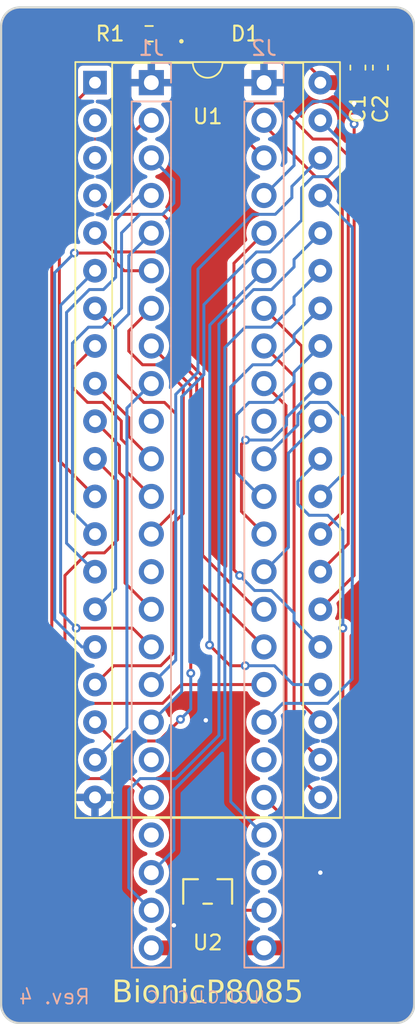
<source format=kicad_pcb>
(kicad_pcb (version 20221018) (generator pcbnew)
  (title_block (title "BionicP8085") (date "2024-04-09") (rev "4") (company "Tadashi G. Takaoka"))
  (layers (0 "F.Cu" signal) (31 "B.Cu" signal) (34 "B.Paste" user) (35 "F.Paste" user) (36 "B.SilkS" user "B.Silkscreen") (37 "F.SilkS" user "F.Silkscreen") (38 "B.Mask" user) (39 "F.Mask" user) (44 "Edge.Cuts" user))
  (net 0 "")
  (net 1 "VCC")
  (net 2 "GND")
  (net 4 "/P26")
  (net 6 "/P27")
  (net 7 "/P47")
  (net 8 "/P46")
  (net 9 "/P25")
  (net 10 "/P24")
  (net 11 "/P23")
  (net 12 "/P22")
  (net 13 "/P21")
  (net 14 "/P20")
  (net 15 "/P34")
  (net 16 "/P35")
  (net 17 "/P17")
  (net 18 "/P36")
  (net 19 "/P16")
  (net 20 "/P15")
  (net 21 "/P40")
  (net 22 "/P14")
  (net 23 "/P13")
  (net 24 "/P42")
  (net 25 "/P12")
  (net 26 "/P11")
  (net 27 "/P44")
  (net 28 "/P10")
  (net 29 "/P45")
  (net 30 "/P50")
  (net 31 "/P43")
  (net 32 "/P52")
  (net 33 "/P30")
  (net 34 "/P31")
  (net 35 "/P32")
  (net 36 "/P37")
  (net 37 "Net-(D1-K)")
  (net 38 "/P55")
  (net 39 "/P54")
  (net 42 "/P53")
  (net 44 "Net-(J2-P57)")
  (net 49 "/P41")
  (footprint "0-LocalLibrary:SOT-23_MC_MCH-M" (layer "F.Cu") (at 114.97 129.69)
    (fp_text reference "U2" (at 0 3.4544 unlocked) (layer "F.SilkS"))
    (fp_text value "11AA010-I/TT")
    (fp_line (start -1.652 -0.827) (end -1.652 0.827) (stroke (width 0.1524)) (layer "F.SilkS"))
    (fp_line (start -0.66294 -0.827) (end -1.652 -0.827) (stroke (width 0.1524)) (layer "F.SilkS"))
    (fp_line (start -0.287061 0.827) (end 0.287061 0.827) (stroke (width 0.1524)) (layer "F.SilkS"))
    (fp_line (start 1.652 -0.827) (end 0.66294 -0.827) (stroke (width 0.1524)) (layer "F.SilkS"))
    (fp_line (start 1.652 0.827) (end 1.652 -0.827) (stroke (width 0.1524)) (layer "F.SilkS"))
    (pad "1" smd rect (at -0.950001 1.066) (size 0.6604 1.6256) (layers "F.Cu" "F.Paste" "F.Mask") (net 2 "GND"))
    (pad "2" smd rect (at 0.950001 1.066) (size 0.6604 1.6256) (layers "F.Cu" "F.Paste" "F.Mask") (net 44 "Net-(J2-P57)"))
    (pad "3" smd rect (at 0 -1.066) (size 0.6604 1.6256) (layers "F.Cu" "F.Paste" "F.Mask") (net 1 "VCC"))
  )
  (footprint "Capacitor_SMD:C_0603_1608Metric_Pad1.08x0.95mm_HandSolder" (layer "F.Cu") (at 126.654 74.064 90)
    (fp_text reference "C2" (at -2.794 0 90) (layer "F.SilkS"))
    (fp_text value "0.1u")
    (fp_line (start -0.146267 -0.51) (end 0.146267 -0.51) (stroke (width 0.12)) (layer "F.SilkS"))
    (fp_line (start -0.146267 0.51) (end 0.146267 0.51) (stroke (width 0.12)) (layer "F.SilkS"))
    (pad "1" smd roundrect (at -0.8625 0 90) (size 1.075 0.95) (layers "F.Cu" "F.Paste" "F.Mask") (net 1 "VCC"))
    (pad "2" smd roundrect (at 0.8625 0 90) (size 1.075 0.95) (layers "F.Cu" "F.Paste" "F.Mask") (net 2 "GND"))
  )
  (footprint "Capacitor_SMD:C_0603_1608Metric_Pad1.08x0.95mm_HandSolder" (layer "F.Cu") (at 125.13 74.064 90)
    (fp_text reference "C1" (at -2.794 0 90) (layer "F.SilkS"))
    (fp_text value "0.1u")
    (fp_line (start -0.146267 -0.51) (end 0.146267 -0.51) (stroke (width 0.12)) (layer "F.SilkS"))
    (fp_line (start -0.146267 0.51) (end 0.146267 0.51) (stroke (width 0.12)) (layer "F.SilkS"))
    (pad "1" smd roundrect (at -0.8625 0 90) (size 1.075 0.95) (layers "F.Cu" "F.Paste" "F.Mask") (net 1 "VCC"))
    (pad "2" smd roundrect (at 0.8625 0 90) (size 1.075 0.95) (layers "F.Cu" "F.Paste" "F.Mask") (net 2 "GND"))
  )
  (footprint "Resistor_SMD:R_0603_1608Metric_Pad0.98x0.95mm_HandSolder" (layer "F.Cu") (at 111.0095 71.778 180)
    (fp_text reference "R1" (at 2.6435 0) (layer "F.SilkS"))
    (fp_text value "1.6k")
    (fp_line (start -0.254724 -0.5225) (end 0.254724 -0.5225) (stroke (width 0.12)) (layer "F.SilkS"))
    (fp_line (start -0.254724 0.5225) (end 0.254724 0.5225) (stroke (width 0.12)) (layer "F.SilkS"))
    (pad "1" smd roundrect (at -0.9125 0 180) (size 0.975 0.95) (layers "F.Cu" "F.Paste" "F.Mask") (net 37 "Net-(D1-K)"))
    (pad "2" smd roundrect (at 0.9125 0 180) (size 0.975 0.95) (layers "F.Cu" "F.Paste" "F.Mask") (net 2 "GND"))
  )
  (footprint "0-LocalLibrary:DIP-40_W15.24mm_Socket" (layer "F.Cu") (at 107.35 75.08)
    (fp_text reference "U1" (at 7.62 2.286) (layer "F.SilkS"))
    (fp_text value "P8085AH")
    (fp_line (start -1.33 -1.39) (end -1.33 49.65) (stroke (width 0.12)) (layer "F.SilkS"))
    (fp_line (start -1.33 49.65) (end 16.57 49.65) (stroke (width 0.12)) (layer "F.SilkS"))
    (fp_line (start 1.16 -1.33) (end 1.16 49.59) (stroke (width 0.12)) (layer "F.SilkS"))
    (fp_line (start 1.16 49.59) (end 14.08 49.59) (stroke (width 0.12)) (layer "F.SilkS"))
    (fp_line (start 6.62 -1.33) (end 1.16 -1.33) (stroke (width 0.12)) (layer "F.SilkS"))
    (fp_line (start 14.08 -1.33) (end 8.62 -1.33) (stroke (width 0.12)) (layer "F.SilkS"))
    (fp_line (start 14.08 49.59) (end 14.08 -1.33) (stroke (width 0.12)) (layer "F.SilkS"))
    (fp_line (start 16.57 -1.39) (end -1.33 -1.39) (stroke (width 0.12)) (layer "F.SilkS"))
    (fp_line (start 16.57 49.65) (end 16.57 -1.39) (stroke (width 0.12)) (layer "F.SilkS"))
    (fp_arc (start 8.62 -1.33) (mid 7.62 -0.33) (end 6.62 -1.33) (stroke (width 0.12)) (layer "F.SilkS"))
    (pad "1" thru_hole rect locked (at 0 0) (size 1.6 1.6) (drill 0.8) (layers "*.Cu" "*.Mask") (net 30 "/P50"))
    (pad "2" thru_hole oval locked (at 0 2.54) (size 1.6 1.6) (drill 0.8) (layers "*.Cu" "*.Mask"))
    (pad "3" thru_hole oval locked (at 0 5.08) (size 1.6 1.6) (drill 0.8) (layers "*.Cu" "*.Mask"))
    (pad "4" thru_hole oval locked (at 0 7.62) (size 1.6 1.6) (drill 0.8) (layers "*.Cu" "*.Mask") (net 27 "/P44"))
    (pad "5" thru_hole oval locked (at 0 10.16) (size 1.6 1.6) (drill 0.8) (layers "*.Cu" "*.Mask") (net 29 "/P45"))
    (pad "6" thru_hole oval locked (at 0 12.7) (size 1.6 1.6) (drill 0.8) (layers "*.Cu" "*.Mask") (net 16 "/P35"))
    (pad "7" thru_hole oval locked (at 0 15.24) (size 1.6 1.6) (drill 0.8) (layers "*.Cu" "*.Mask") (net 35 "/P32"))
    (pad "8" thru_hole oval locked (at 0 17.78) (size 1.6 1.6) (drill 0.8) (layers "*.Cu" "*.Mask") (net 34 "/P31"))
    (pad "9" thru_hole oval locked (at 0 20.32) (size 1.6 1.6) (drill 0.8) (layers "*.Cu" "*.Mask") (net 33 "/P30"))
    (pad "10" thru_hole oval locked (at 0 22.86) (size 1.6 1.6) (drill 0.8) (layers "*.Cu" "*.Mask") (net 15 "/P34"))
    (pad "11" thru_hole oval locked (at 0 25.4) (size 1.6 1.6) (drill 0.8) (layers "*.Cu" "*.Mask") (net 8 "/P46"))
    (pad "12" thru_hole oval locked (at 0 27.94) (size 1.6 1.6) (drill 0.8) (layers "*.Cu" "*.Mask") (net 28 "/P10"))
    (pad "13" thru_hole oval locked (at 0 30.48) (size 1.6 1.6) (drill 0.8) (layers "*.Cu" "*.Mask") (net 26 "/P11"))
    (pad "14" thru_hole oval locked (at 0 33.02) (size 1.6 1.6) (drill 0.8) (layers "*.Cu" "*.Mask") (net 25 "/P12"))
    (pad "15" thru_hole oval locked (at 0 35.56) (size 1.6 1.6) (drill 0.8) (layers "*.Cu" "*.Mask") (net 23 "/P13"))
    (pad "16" thru_hole oval locked (at 0 38.1) (size 1.6 1.6) (drill 0.8) (layers "*.Cu" "*.Mask") (net 22 "/P14"))
    (pad "17" thru_hole oval locked (at 0 40.64) (size 1.6 1.6) (drill 0.8) (layers "*.Cu" "*.Mask") (net 20 "/P15"))
    (pad "18" thru_hole oval locked (at 0 43.18) (size 1.6 1.6) (drill 0.8) (layers "*.Cu" "*.Mask") (net 19 "/P16"))
    (pad "19" thru_hole oval locked (at 0 45.72) (size 1.6 1.6) (drill 0.8) (layers "*.Cu" "*.Mask") (net 17 "/P17"))
    (pad "20" thru_hole oval locked (at 0 48.26) (size 1.6 1.6) (drill 0.8) (layers "*.Cu" "*.Mask") (net 2 "GND"))
    (pad "21" thru_hole oval locked (at 15.24 48.26) (size 1.6 1.6) (drill 0.8) (layers "*.Cu" "*.Mask") (net 14 "/P20"))
    (pad "22" thru_hole oval locked (at 15.24 45.72) (size 1.6 1.6) (drill 0.8) (layers "*.Cu" "*.Mask") (net 13 "/P21"))
    (pad "23" thru_hole oval locked (at 15.24 43.18) (size 1.6 1.6) (drill 0.8) (layers "*.Cu" "*.Mask") (net 12 "/P22"))
    (pad "24" thru_hole oval locked (at 15.24 40.64) (size 1.6 1.6) (drill 0.8) (layers "*.Cu" "*.Mask") (net 11 "/P23"))
    (pad "25" thru_hole oval locked (at 15.24 38.1) (size 1.6 1.6) (drill 0.8) (layers "*.Cu" "*.Mask") (net 10 "/P24"))
    (pad "26" thru_hole oval locked (at 15.24 35.56) (size 1.6 1.6) (drill 0.8) (layers "*.Cu" "*.Mask") (net 9 "/P25"))
    (pad "27" thru_hole oval locked (at 15.24 33.02) (size 1.6 1.6) (drill 0.8) (layers "*.Cu" "*.Mask") (net 4 "/P26"))
    (pad "28" thru_hole oval locked (at 15.24 30.48) (size 1.6 1.6) (drill 0.8) (layers "*.Cu" "*.Mask") (net 6 "/P27"))
    (pad "29" thru_hole oval locked (at 15.24 27.94) (size 1.6 1.6) (drill 0.8) (layers "*.Cu" "*.Mask") (net 21 "/P40"))
    (pad "30" thru_hole oval locked (at 15.24 25.4) (size 1.6 1.6) (drill 0.8) (layers "*.Cu" "*.Mask") (net 39 "/P54"))
    (pad "31" thru_hole oval locked (at 15.24 22.86) (size 1.6 1.6) (drill 0.8) (layers "*.Cu" "*.Mask") (net 31 "/P43"))
    (pad "32" thru_hole oval locked (at 15.24 20.32) (size 1.6 1.6) (drill 0.8) (layers "*.Cu" "*.Mask") (net 24 "/P42"))
    (pad "33" thru_hole oval locked (at 15.24 17.78) (size 1.6 1.6) (drill 0.8) (layers "*.Cu" "*.Mask") (net 49 "/P41"))
    (pad "34" thru_hole oval locked (at 15.24 15.24) (size 1.6 1.6) (drill 0.8) (layers "*.Cu" "*.Mask") (net 38 "/P55"))
    (pad "35" thru_hole oval locked (at 15.24 12.7) (size 1.6 1.6) (drill 0.8) (layers "*.Cu" "*.Mask") (net 32 "/P52"))
    (pad "36" thru_hole oval locked (at 15.24 10.16) (size 1.6 1.6) (drill 0.8) (layers "*.Cu" "*.Mask") (net 42 "/P53"))
    (pad "37" thru_hole oval locked (at 15.24 7.62) (size 1.6 1.6) (drill 0.8) (layers "*.Cu" "*.Mask") (net 7 "/P47"))
    (pad "38" thru_hole oval locked (at 15.24 5.08) (size 1.6 1.6) (drill 0.8) (layers "*.Cu" "*.Mask") (net 18 "/P36"))
    (pad "39" thru_hole oval locked (at 15.24 2.54) (size 1.6 1.6) (drill 0.8) (layers "*.Cu" "*.Mask") (net 36 "/P37"))
    (pad "40" thru_hole oval locked (at 15.24 0) (size 1.6 1.6) (drill 0.8) (layers "*.Cu" "*.Mask") (net 1 "VCC"))
  )
  (footprint "0-LocalLibrary:LED_CSL1901UW1_ROM" (layer "F.Cu") (at 114.97 71.778)
    (fp_text reference "D1" (at 2.54 0 unlocked) (layer "F.SilkS"))
    (fp_text value "CSL1901UW1")
    (fp_circle (center -1.778 0.508) (end -1.7018 0.508) (stroke (width 0.1524)) (fill none) (layer "F.SilkS"))
    (pad "1" smd rect (at -0.7747 0) (size 0.762 0.7112) (layers "F.Cu" "F.Paste" "F.Mask") (net 37 "Net-(D1-K)"))
    (pad "2" smd rect (at 0.7747 0) (size 0.762 0.7112) (layers "F.Cu" "F.Paste" "F.Mask") (net 1 "VCC"))
    (zone (net 0) (net_name "") (layer "F.Cu") (connect_pads (clearance 0)) (min_thickness 0.254)
      (keepout (tracks not_allowed) (vias not_allowed) (pads allowed) (copperpour not_allowed) (footprints allowed))
      (fill (thermal_gap 0.508) (thermal_bridge_width 0.508))
      (polygon (pts (xy 114.6271 71.4224) (xy 115.3129 71.4224) (xy 115.3129 72.1336) (xy 114.6271 72.1336)))
    )
  )
  (footprint "0-LocalLibrary:Bionic-P135_Vertical" (layer "B.Cu") (at 111.16 75.08 180)
    (fp_text reference "J1" (at 0 2.33) (layer "B.SilkS") (effects (justify mirror)))
    (fp_text value "Bionic-P135")
    (fp_line (start -1.33 -59.75) (end 1.33 -59.75) (stroke (width 0.12)) (layer "B.SilkS"))
    (fp_line (start -1.33 -1.27) (end -1.33 -59.75) (stroke (width 0.12)) (layer "B.SilkS"))
    (fp_line (start -1.33 -1.27) (end 1.33 -1.27) (stroke (width 0.12)) (layer "B.SilkS"))
    (fp_line (start -1.33 0) (end -1.33 1.33) (stroke (width 0.12)) (layer "B.SilkS"))
    (fp_line (start -1.33 1.33) (end 0 1.33) (stroke (width 0.12)) (layer "B.SilkS"))
    (fp_line (start 1.33 -1.27) (end 1.33 -59.75) (stroke (width 0.12)) (layer "B.SilkS"))
    (pad "1" thru_hole rect locked (at 0 0 180) (size 1.7 1.7) (drill 1) (layers "*.Cu" "*.Mask") (net 2 "GND"))
    (pad "2" thru_hole oval locked (at 0 -2.54 180) (size 1.7 1.7) (drill 1) (layers "*.Cu" "*.Mask") (net 28 "/P10"))
    (pad "3" thru_hole oval locked (at 0 -5.08 180) (size 1.7 1.7) (drill 1) (layers "*.Cu" "*.Mask") (net 26 "/P11"))
    (pad "4" thru_hole oval locked (at 0 -7.62 180) (size 1.7 1.7) (drill 1) (layers "*.Cu" "*.Mask") (net 25 "/P12"))
    (pad "5" thru_hole oval locked (at 0 -10.16 180) (size 1.7 1.7) (drill 1) (layers "*.Cu" "*.Mask") (net 23 "/P13"))
    (pad "6" thru_hole oval locked (at 0 -12.7 180) (size 1.7 1.7) (drill 1) (layers "*.Cu" "*.Mask") (net 22 "/P14"))
    (pad "7" thru_hole oval locked (at 0 -15.24 180) (size 1.7 1.7) (drill 1) (layers "*.Cu" "*.Mask") (net 20 "/P15"))
    (pad "8" thru_hole oval locked (at 0 -17.78 180) (size 1.7 1.7) (drill 1) (layers "*.Cu" "*.Mask") (net 19 "/P16"))
    (pad "9" thru_hole oval locked (at 0 -20.32 180) (size 1.7 1.7) (drill 1) (layers "*.Cu" "*.Mask") (net 17 "/P17"))
    (pad "10" thru_hole oval locked (at 0 -22.86 180) (size 1.7 1.7) (drill 1) (layers "*.Cu" "*.Mask"))
    (pad "11" thru_hole oval locked (at 0 -25.4 180) (size 1.7 1.7) (drill 1) (layers "*.Cu" "*.Mask") (net 33 "/P30"))
    (pad "12" thru_hole oval locked (at 0 -27.94 180) (size 1.7 1.7) (drill 1) (layers "*.Cu" "*.Mask") (net 34 "/P31"))
    (pad "13" thru_hole oval locked (at 0 -30.48 180) (size 1.7 1.7) (drill 1) (layers "*.Cu" "*.Mask") (net 35 "/P32"))
    (pad "14" thru_hole oval locked (at 0 -33.02 180) (size 1.7 1.7) (drill 1) (layers "*.Cu" "*.Mask"))
    (pad "15" thru_hole oval locked (at 0 -35.56 180) (size 1.7 1.7) (drill 1) (layers "*.Cu" "*.Mask") (net 15 "/P34"))
    (pad "16" thru_hole oval locked (at 0 -38.1 180) (size 1.7 1.7) (drill 1) (layers "*.Cu" "*.Mask") (net 16 "/P35"))
    (pad "17" thru_hole oval locked (at 0 -40.64 180) (size 1.7 1.7) (drill 1) (layers "*.Cu" "*.Mask") (net 18 "/P36"))
    (pad "18" thru_hole oval locked (at 0 -43.18 180) (size 1.7 1.7) (drill 1) (layers "*.Cu" "*.Mask") (net 36 "/P37"))
    (pad "19" thru_hole oval locked (at 0 -45.72 180) (size 1.7 1.7) (drill 1) (layers "*.Cu" "*.Mask"))
    (pad "20" thru_hole oval locked (at 0 -48.26 180) (size 1.7 1.7) (drill 1) (layers "*.Cu" "*.Mask") (net 30 "/P50"))
    (pad "21" thru_hole oval locked (at 0 -50.8 180) (size 1.7 1.7) (drill 1) (layers "*.Cu" "*.Mask"))
    (pad "22" thru_hole oval locked (at 0 -53.34 180) (size 1.7 1.7) (drill 1) (layers "*.Cu" "*.Mask") (net 32 "/P52"))
    (pad "23" thru_hole oval locked (at 0 -55.88 180) (size 1.7 1.7) (drill 1) (layers "*.Cu" "*.Mask") (net 42 "/P53"))
    (pad "24" thru_hole oval locked (at 0 -58.42 180) (size 1.7 1.7) (drill 1) (layers "*.Cu" "*.Mask") (net 1 "VCC"))
  )
  (footprint "0-LocalLibrary:Bionic-P245_Vertical" (layer "B.Cu") (at 118.78 75.08 180)
    (fp_text reference "J2" (at 0 2.33) (layer "B.SilkS") (effects (justify mirror)))
    (fp_text value "Bionic-P245")
    (fp_line (start -1.33 -59.75) (end 1.33 -59.75) (stroke (width 0.12)) (layer "B.SilkS"))
    (fp_line (start -1.33 -1.27) (end -1.33 -59.75) (stroke (width 0.12)) (layer "B.SilkS"))
    (fp_line (start -1.33 -1.27) (end 1.33 -1.27) (stroke (width 0.12)) (layer "B.SilkS"))
    (fp_line (start -1.33 0) (end -1.33 1.33) (stroke (width 0.12)) (layer "B.SilkS"))
    (fp_line (start -1.33 1.33) (end 0 1.33) (stroke (width 0.12)) (layer "B.SilkS"))
    (fp_line (start 1.33 -1.27) (end 1.33 -59.75) (stroke (width 0.12)) (layer "B.SilkS"))
    (pad "25" thru_hole oval locked (at 0 -58.42 180) (size 1.7 1.7) (drill 1) (layers "*.Cu" "*.Mask") (net 1 "VCC"))
    (pad "26" thru_hole oval locked (at 0 -55.88 180) (size 1.7 1.7) (drill 1) (layers "*.Cu" "*.Mask") (net 44 "Net-(J2-P57)"))
    (pad "27" thru_hole oval locked (at 0 -53.34 180) (size 1.7 1.7) (drill 1) (layers "*.Cu" "*.Mask"))
    (pad "28" thru_hole oval locked (at 0 -50.8 180) (size 1.7 1.7) (drill 1) (layers "*.Cu" "*.Mask") (net 38 "/P55"))
    (pad "29" thru_hole oval locked (at 0 -48.26 180) (size 1.7 1.7) (drill 1) (layers "*.Cu" "*.Mask") (net 39 "/P54"))
    (pad "30" thru_hole oval locked (at 0 -45.72 180) (size 1.7 1.7) (drill 1) (layers "*.Cu" "*.Mask"))
    (pad "31" thru_hole oval locked (at 0 -43.18 180) (size 1.7 1.7) (drill 1) (layers "*.Cu" "*.Mask") (net 7 "/P47"))
    (pad "32" thru_hole oval locked (at 0 -40.64 180) (size 1.7 1.7) (drill 1) (layers "*.Cu" "*.Mask") (net 8 "/P46"))
    (pad "33" thru_hole oval locked (at 0 -38.1 180) (size 1.7 1.7) (drill 1) (layers "*.Cu" "*.Mask") (net 29 "/P45"))
    (pad "34" thru_hole oval locked (at 0 -35.56 180) (size 1.7 1.7) (drill 1) (layers "*.Cu" "*.Mask") (net 27 "/P44"))
    (pad "35" thru_hole oval locked (at 0 -33.02 180) (size 1.7 1.7) (drill 1) (layers "*.Cu" "*.Mask") (net 31 "/P43"))
    (pad "36" thru_hole oval locked (at 0 -30.48 180) (size 1.7 1.7) (drill 1) (layers "*.Cu" "*.Mask") (net 24 "/P42"))
    (pad "37" thru_hole oval locked (at 0 -27.94 180) (size 1.7 1.7) (drill 1) (layers "*.Cu" "*.Mask") (net 49 "/P41"))
    (pad "38" thru_hole oval locked (at 0 -25.4 180) (size 1.7 1.7) (drill 1) (layers "*.Cu" "*.Mask") (net 21 "/P40"))
    (pad "39" thru_hole oval locked (at 0 -22.86 180) (size 1.7 1.7) (drill 1) (layers "*.Cu" "*.Mask"))
    (pad "40" thru_hole oval locked (at 0 -20.32 180) (size 1.7 1.7) (drill 1) (layers "*.Cu" "*.Mask") (net 14 "/P20"))
    (pad "41" thru_hole oval locked (at 0 -17.78 180) (size 1.7 1.7) (drill 1) (layers "*.Cu" "*.Mask") (net 13 "/P21"))
    (pad "42" thru_hole oval locked (at 0 -15.24 180) (size 1.7 1.7) (drill 1) (layers "*.Cu" "*.Mask") (net 12 "/P22"))
    (pad "43" thru_hole oval locked (at 0 -12.7 180) (size 1.7 1.7) (drill 1) (layers "*.Cu" "*.Mask") (net 11 "/P23"))
    (pad "44" thru_hole oval locked (at 0 -10.16 180) (size 1.7 1.7) (drill 1) (layers "*.Cu" "*.Mask") (net 10 "/P24"))
    (pad "45" thru_hole oval locked (at 0 -7.62 180) (size 1.7 1.7) (drill 1) (layers "*.Cu" "*.Mask") (net 9 "/P25"))
    (pad "46" thru_hole oval locked (at 0 -5.08 180) (size 1.7 1.7) (drill 1) (layers "*.Cu" "*.Mask") (net 4 "/P26"))
    (pad "47" thru_hole oval locked (at 0 -2.54 180) (size 1.7 1.7) (drill 1) (layers "*.Cu" "*.Mask") (net 6 "/P27"))
    (pad "48" thru_hole rect locked (at 0 0 180) (size 1.7 1.7) (drill 1) (layers "*.Cu" "*.Mask") (net 2 "GND"))
  )
  (gr_line (start 102.27 138.58) (end 127.67 138.58) (stroke (width 0.15)) (layer "Edge.Cuts"))
  (gr_line (start 128.94 137.31) (end 128.94 71.27) (stroke (width 0.15)) (layer "Edge.Cuts"))
  (gr_arc (start 102.27 138.58) (mid 101.371974 138.208026) (end 101 137.31) (stroke (width 0.15)) (layer "Edge.Cuts"))
  (gr_line (start 101 71.27) (end 101 137.31) (stroke (width 0.15)) (layer "Edge.Cuts"))
  (gr_arc (start 127.67 70) (mid 128.568026 70.371974) (end 128.94 71.27) (stroke (width 0.15)) (layer "Edge.Cuts"))
  (gr_arc (start 101 71.27) (mid 101.371974 70.371974) (end 102.27 70) (stroke (width 0.15)) (layer "Edge.Cuts"))
  (gr_arc (start 128.94 137.31) (mid 128.568026 138.208026) (end 127.67 138.58) (stroke (width 0.15)) (layer "Edge.Cuts"))
  (gr_line (start 127.67 70) (end 102.27 70) (stroke (width 0.15)) (layer "Edge.Cuts"))
  (gr_text "JLCJLCJLCJLC" (at 114.97 137.31) (layer "B.SilkS") (effects (font (size 0.8 0.8)) (justify bottom mirror)))
  (gr_text "Rev. 4" (at 107.096 136.802) (layer "B.SilkS") (effects (font (size 1 1)) (justify left mirror)))
  (gr_text "BionicP8085" (at 114.97 136.548) (layer "F.SilkS") (effects (font (size 1.5 1.5))))
  (segment (start 127.035 75.715) (end 126.4 75.08) (width 1) (layer "F.Cu") (net 1))
  (segment (start 122.9302 75.08) (end 119.6282 71.778) (width 0.2) (layer "F.Cu") (net 1))
  (segment locked (start 111.16 133.5) (end 118.78 133.5) (width 1) (layer "F.Cu") (net 1))
  (segment (start 118.78 133.5) (end 122.336 133.5) (width 1) (layer "F.Cu") (net 1))
  (segment (start 119.6282 71.778) (end 115.7447 71.778) (width 0.2) (layer "F.Cu") (net 1))
  (segment (start 124.9765 75.08) (end 125.384 74.6725) (width 0.2) (layer "F.Cu") (net 1))
  (segment (start 122.336 133.5) (end 127.035 128.801) (width 1) (layer "F.Cu") (net 1))
  (segment (start 127.035 128.801) (end 127.035 75.715) (width 1) (layer "F.Cu") (net 1))
  (segment (start 114.97 133.5) (end 114.97 128.624) (width 0.2) (layer "F.Cu") (net 1))
  (segment locked (start 126.4 75.08) (end 122.59 75.08) (width 1) (layer "F.Cu") (net 1))
  (via (at 114.843 118.133) (size 0.6) (drill 0.3) (layers "F.Cu" "B.Cu") (net 2))
  (via (at 124.876 76.477) (size 0.6) (drill 0.3) (layers "F.Cu" "B.Cu") (net 2))
  (via (at 122.59 128.42) (size 0.6) (drill 0.3) (layers "F.Cu" "B.Cu") (net 2))
  (via (at 112.684 131.976) (size 0.6) (drill 0.3) (layers "F.Cu" "B.Cu") (net 2))
  (segment (start 119.6405 76.4485) (end 118.1735 76.4485) (width 0.2) (layer "F.Cu") (net 4))
  (segment (start 122.082 78.89) (end 119.6405 76.4485) (width 0.2) (layer "F.Cu") (net 4))
  (segment (start 117.256 78.636) (end 118.78 80.16) (width 0.2) (layer "F.Cu") (net 4))
  (segment (start 123.352 78.89) (end 122.082 78.89) (width 0.2) (layer "F.Cu") (net 4))
  (segment (start 124.476 80.014) (end 123.352 78.89) (width 0.2) (layer "F.Cu") (net 4))
  (segment (start 122.59 108.1) (end 124.476 106.214) (width 0.2) (layer "F.Cu") (net 4))
  (segment (start 124.476 106.214) (end 124.476 80.014) (width 0.2) (layer "F.Cu") (net 4))
  (segment (start 118.1735 76.4485) (end 117.256 77.366) (width 0.2) (layer "F.Cu") (net 4))
  (segment (start 117.256 77.366) (end 117.256 78.636) (width 0.2) (layer "F.Cu") (net 4))
  (segment (start 118.78 77.62) (end 118.78 77.9389) (width 0.2) (layer "F.Cu") (net 6))
  (segment (start 124.076 82.614) (end 124.076 104.074) (width 0.2) (layer "F.Cu") (net 6))
  (segment (start 118.78 77.9389) (end 122.2711 81.43) (width 0.2) (layer "F.Cu") (net 6))
  (segment (start 122.892 81.43) (end 124.076 82.614) (width 0.2) (layer "F.Cu") (net 6))
  (segment (start 124.076 104.074) (end 122.59 105.56) (width 0.2) (layer "F.Cu") (net 6))
  (segment (start 122.2711 81.43) (end 122.892 81.43) (width 0.2) (layer "F.Cu") (net 6))
  (segment (start 123.098 116.99) (end 120.05 116.99) (width 0.2) (layer "B.Cu") (net 7))
  (segment (start 120.05 116.99) (end 118.78 118.26) (width 0.2) (layer "B.Cu") (net 7))
  (segment (start 124.749 115.339) (end 123.098 116.99) (width 0.2) (layer "B.Cu") (net 7))
  (segment (start 122.59 82.7) (end 124.749 84.859) (width 0.2) (layer "B.Cu") (net 7))
  (segment (start 124.749 84.859) (end 124.749 115.339) (width 0.2) (layer "B.Cu") (net 7))
  (segment (start 105.318 108.354) (end 105.318 115.466) (width 0.2) (layer "F.Cu") (net 8))
  (segment (start 113.192 115.72) (end 118.78 115.72) (width 0.2) (layer "F.Cu") (net 8))
  (segment (start 105.318 115.466) (end 106.842 116.99) (width 0.2) (layer "F.Cu") (net 8))
  (segment (start 106.842 116.99) (end 111.922 116.99) (width 0.2) (layer "F.Cu") (net 8))
  (segment (start 111.922 116.99) (end 113.192 115.72) (width 0.2) (layer "F.Cu") (net 8))
  (segment (start 107.985 106.83) (end 106.842 106.83) (width 0.2) (layer "F.Cu") (net 8))
  (segment (start 107.35 100.48) (end 108.874 102.004) (width 0.2) (layer "F.Cu") (net 8))
  (segment (start 108.874 102.004) (end 108.874 105.941) (width 0.2) (layer "F.Cu") (net 8))
  (segment (start 106.842 106.83) (end 105.318 108.354) (width 0.2) (layer "F.Cu") (net 8))
  (segment (start 108.874 105.941) (end 107.985 106.83) (width 0.2) (layer "F.Cu") (net 8))
  (segment (start 124.876 77.9706) (end 124.876 108.354) (width 0.2) (layer "F.Cu") (net 9))
  (segment (start 124.876 108.354) (end 122.59 110.64) (width 0.2) (layer "F.Cu") (net 9))
  (via (at 124.876 77.874) (size 0.6) (drill 0.3) (layers "F.Cu" "B.Cu") (net 9))
  (segment (start 124.876 77.874) (end 123.352 76.35) (width 0.2) (layer "B.Cu") (net 9))
  (segment (start 123.352 76.35) (end 122.082 76.35) (width 0.2) (layer "B.Cu") (net 9))
  (segment (start 120.812 77.62) (end 120.812 80.668) (width 0.2) (layer "B.Cu") (net 9))
  (segment (start 122.082 76.35) (end 120.812 77.62) (width 0.2) (layer "B.Cu") (net 9))
  (segment (start 120.812 80.668) (end 118.78 82.7) (width 0.2) (layer "B.Cu") (net 9))
  (segment (start 117.132 108.354) (end 116.748 107.97) (width 0.2) (layer "F.Cu") (net 10))
  (segment (start 116.748 107.97) (end 116.748 87.272) (width 0.2) (layer "F.Cu") (net 10))
  (segment (start 116.748 87.272) (end 118.78 85.24) (width 0.2) (layer "F.Cu") (net 10))
  (via (at 117.132 108.354) (size 0.6) (drill 0.3) (layers "F.Cu" "B.Cu") (net 10))
  (segment (start 120.812 111.402) (end 122.59 113.18) (width 0.2) (layer "B.Cu") (net 10))
  (segment (start 118.148 109.37) (end 119.288 109.37) (width 0.2) (layer "B.Cu") (net 10))
  (segment (start 120.812 110.894) (end 120.812 111.402) (width 0.2) (layer "B.Cu") (net 10))
  (segment (start 119.288 109.37) (end 120.812 110.894) (width 0.2) (layer "B.Cu") (net 10))
  (segment (start 117.132 108.354) (end 118.148 109.37) (width 0.2) (layer "B.Cu") (net 10))
  (segment (start 115.097741 113.053) (end 116.494741 114.45) (width 0.2) (layer "F.Cu") (net 11))
  (segment (start 116.494741 114.45) (end 117.51 114.45) (width 0.2) (layer "F.Cu") (net 11))
  (via (at 117.51 114.45) (size 0.6) (drill 0.3) (layers "F.Cu" "B.Cu") (net 11))
  (via (at 115.097741 113.053) (size 0.6) (drill 0.3) (layers "F.Cu" "B.Cu") (net 11))
  (segment (start 115.1135 113.037241) (end 115.1135 91.4465) (width 0.2) (layer "B.Cu") (net 11))
  (segment (start 115.097741 113.053) (end 115.1135 113.037241) (width 0.2) (layer "B.Cu") (net 11))
  (segment (start 115.1135 113.068759) (end 115.097741 113.053) (width 0.2) (layer "B.Cu") (net 11))
  (segment (start 119.484314 114.45) (end 117.51 114.45) (width 0.2) (layer "B.Cu") (net 11))
  (segment (start 122.59 115.72) (end 120.754314 115.72) (width 0.2) (layer "B.Cu") (net 11))
  (segment (start 120.754314 115.72) (end 119.484314 114.45) (width 0.2) (layer "B.Cu") (net 11))
  (segment (start 115.1135 91.4465) (end 118.78 87.78) (width 0.2) (layer "B.Cu") (net 11))
  (segment (start 121.32 92.86) (end 121.32 116.99) (width 0.2) (layer "F.Cu") (net 12))
  (segment (start 121.32 116.99) (end 122.59 118.26) (width 0.2) (layer "F.Cu") (net 12))
  (segment (start 118.78 90.32) (end 121.32 92.86) (width 0.2) (layer "F.Cu") (net 12))
  (segment (start 118.78 92.86) (end 120.812 94.892) (width 0.2) (layer "F.Cu") (net 13))
  (segment (start 120.812 94.892) (end 120.812 119.022) (width 0.2) (layer "F.Cu") (net 13))
  (segment (start 120.812 119.022) (end 122.59 120.8) (width 0.2) (layer "F.Cu") (net 13))
  (segment (start 120.266 96.886) (end 120.266 121.016) (width 0.2) (layer "F.Cu") (net 14))
  (segment (start 118.78 95.4) (end 120.266 96.886) (width 0.2) (layer "F.Cu") (net 14))
  (segment (start 120.266 121.016) (end 122.59 123.34) (width 0.2) (layer "F.Cu") (net 14))
  (segment (start 109.382 108.862) (end 109.382 101.807685) (width 0.2) (layer "F.Cu") (net 15))
  (segment (start 109.001 101.426685) (end 109.001 99.591) (width 0.2) (layer "F.Cu") (net 15))
  (segment (start 109.382 101.807685) (end 109.001 101.426685) (width 0.2) (layer "F.Cu") (net 15))
  (segment (start 109.001 99.591) (end 107.35 97.94) (width 0.2) (layer "F.Cu") (net 15))
  (segment (start 111.16 110.64) (end 109.382 108.862) (width 0.2) (layer "F.Cu") (net 15))
  (segment (start 111.16 113.18) (end 109.89 111.91) (width 0.2) (layer "F.Cu") (net 16))
  (segment (start 109.89 111.91) (end 106.08 111.91) (width 0.2) (layer "F.Cu") (net 16))
  (via (at 106.08 111.91) (size 0.6) (drill 0.3) (layers "F.Cu" "B.Cu") (net 16))
  (segment (start 105.026 90.104) (end 107.35 87.78) (width 0.2) (layer "B.Cu") (net 16))
  (segment (start 105.026 110.856) (end 105.026 90.104) (width 0.2) (layer "B.Cu") (net 16))
  (segment (start 106.08 111.91) (end 105.026 110.856) (width 0.2) (layer "B.Cu") (net 16))
  (segment (start 109.509 97.051) (end 109.509 118.641) (width 0.2) (layer "B.Cu") (net 17))
  (segment (start 109.509 118.641) (end 107.35 120.8) (width 0.2) (layer "B.Cu") (net 17))
  (segment (start 111.16 95.4) (end 109.509 97.051) (width 0.2) (layer "B.Cu") (net 17))
  (segment (start 114.3135 94.623285) (end 114.3135 87.6745) (width 0.2) (layer "B.Cu") (net 18))
  (segment (start 114.3135 87.6745) (end 118.018 83.97) (width 0.2) (layer "B.Cu") (net 18))
  (segment (start 120.666 82.846) (end 120.666 82.084) (width 0.2) (layer "B.Cu") (net 18))
  (segment (start 111.16 115.72) (end 112.811 114.069) (width 0.2) (layer "B.Cu") (net 18))
  (segment (start 120.666 82.084) (end 122.59 80.16) (width 0.2) (layer "B.Cu") (net 18))
  (segment (start 112.811 114.069) (end 112.811 96.125785) (width 0.2) (layer "B.Cu") (net 18))
  (segment (start 118.018 83.97) (end 119.542 83.97) (width 0.2) (layer "B.Cu") (net 18))
  (segment (start 119.542 83.97) (end 120.666 82.846) (width 0.2) (layer "B.Cu") (net 18))
  (segment (start 112.811 96.125785) (end 114.3135 94.623285) (width 0.2) (layer "B.Cu") (net 18))
  (segment (start 108.62 119.53) (end 107.35 118.26) (width 0.2) (layer "F.Cu") (net 19))
  (segment (start 113.1285 118.0695) (end 111.668 119.53) (width 0.2) (layer "F.Cu") (net 19))
  (segment (start 111.668 119.53) (end 108.62 119.53) (width 0.2) (layer "F.Cu") (net 19))
  (segment (start 113.827 95.527) (end 111.16 92.86) (width 0.2) (layer "F.Cu") (net 19))
  (segment (start 113.827 114.958) (end 113.827 95.527) (width 0.2) (layer "F.Cu") (net 19))
  (via (at 113.827 114.958) (size 0.6) (drill 0.3) (layers "F.Cu" "B.Cu") (net 19))
  (via (at 113.1285 118.0695) (size 0.6) (drill 0.3) (layers "F.Cu" "B.Cu") (net 19))
  (segment (start 113.1285 118.0695) (end 113.827 117.371) (width 0.2) (layer "B.Cu") (net 19))
  (segment (start 113.827 117.371) (end 113.827 114.958) (width 0.2) (layer "B.Cu") (net 19))
  (segment (start 112.684 104.798) (end 112.684 113.561) (width 0.2) (layer "F.Cu") (net 20))
  (segment (start 109.636 93.202346) (end 110.563654 94.13) (width 0.2) (layer "F.Cu") (net 20))
  (segment (start 112.684 113.561) (end 111.795 114.45) (width 0.2) (layer "F.Cu") (net 20))
  (segment (start 113.319 95.654) (end 113.319 104.163) (width 0.2) (layer "F.Cu") (net 20))
  (segment (start 111.795 114.45) (end 108.62 114.45) (width 0.2) (layer "F.Cu") (net 20))
  (segment (start 109.636 91.844) (end 109.636 93.202346) (width 0.2) (layer "F.Cu") (net 20))
  (segment (start 113.319 104.163) (end 112.684 104.798) (width 0.2) (layer "F.Cu") (net 20))
  (segment (start 108.62 114.45) (end 107.35 115.72) (width 0.2) (layer "F.Cu") (net 20))
  (segment (start 111.16 90.32) (end 109.636 91.844) (width 0.2) (layer "F.Cu") (net 20))
  (segment (start 111.795 94.13) (end 113.319 95.654) (width 0.2) (layer "F.Cu") (net 20))
  (segment (start 110.563654 94.13) (end 111.795 94.13) (width 0.2) (layer "F.Cu") (net 20))
  (segment (start 124.114 97.686) (end 124.114 101.496) (width 0.2) (layer "B.Cu") (net 21))
  (segment (start 121.885686 96.67) (end 123.098 96.67) (width 0.2) (layer "B.Cu") (net 21))
  (segment (start 121.066 97.489686) (end 121.885686 96.67) (width 0.2) (layer "B.Cu") (net 21))
  (segment (start 121.066 98.194) (end 121.066 97.489686) (width 0.2) (layer "B.Cu") (net 21))
  (segment (start 123.098 96.67) (end 124.114 97.686) (width 0.2) (layer "B.Cu") (net 21))
  (segment (start 118.78 100.48) (end 121.066 98.194) (width 0.2) (layer "B.Cu") (net 21))
  (segment (start 124.114 101.496) (end 122.59 103.02) (width 0.2) (layer "B.Cu") (net 21))
  (segment (start 109.324314 87.78) (end 111.16 87.78) (width 0.2) (layer "F.Cu") (net 22))
  (segment (start 105.953 86.584843) (end 108.129157 86.584843) (width 0.2) (layer "F.Cu") (net 22))
  (segment (start 108.129157 86.584843) (end 109.324314 87.78) (width 0.2) (layer "F.Cu") (net 22))
  (via (at 105.953 86.584843) (size 0.6) (drill 0.3) (layers "F.Cu" "B.Cu") (net 22))
  (segment (start 106.461 113.18) (end 107.35 113.18) (width 0.2) (layer "B.Cu") (net 22))
  (segment (start 105.953 86.584843) (end 104.626 87.911843) (width 0.2) (layer "B.Cu") (net 22))
  (segment (start 104.626 111.345) (end 106.461 113.18) (width 0.2) (layer "B.Cu") (net 22))
  (segment (start 104.626 87.911843) (end 104.626 111.345) (width 0.2) (layer "B.Cu") (net 22))
  (segment (start 111.16 85.24) (end 109.636 86.764) (width 0.2) (layer "B.Cu") (net 23))
  (segment (start 108.747 91.59) (end 108.747 109.243) (width 0.2) (layer "B.Cu") (net 23))
  (segment (start 109.636 90.701) (end 108.747 91.59) (width 0.2) (layer "B.Cu") (net 23))
  (segment (start 109.636 86.764) (end 109.636 90.701) (width 0.2) (layer "B.Cu") (net 23))
  (segment (start 108.747 109.243) (end 107.35 110.64) (width 0.2) (layer "B.Cu") (net 23))
  (segment (start 117.256 104.036) (end 118.78 105.56) (width 0.2) (layer "F.Cu") (net 24))
  (segment (start 117.256 99.486) (end 117.256 104.036) (width 0.2) (layer "F.Cu") (net 24))
  (segment (start 117.532 99.21) (end 117.256 99.486) (width 0.2) (layer "F.Cu") (net 24))
  (via (at 117.532 99.21) (size 0.6) (drill 0.3) (layers "F.Cu" "B.Cu") (net 24))
  (segment (start 119.288 99.21) (end 120.304 98.194) (width 0.2) (layer "B.Cu") (net 24))
  (segment (start 120.304 97.686) (end 122.59 95.4) (width 0.2) (layer "B.Cu") (net 24))
  (segment (start 120.304 98.194) (end 120.304 97.686) (width 0.2) (layer "B.Cu") (net 24))
  (segment (start 117.532 99.21) (end 119.288 99.21) (width 0.2) (layer "B.Cu") (net 24))
  (segment (start 108.747 88.2245) (end 107.9215 89.05) (width 0.2) (layer "B.Cu") (net 25))
  (segment (start 110.398 82.7) (end 108.747 84.351) (width 0.2) (layer "B.Cu") (net 25))
  (segment (start 107.9215 89.05) (end 106.969 89.05) (width 0.2) (layer "B.Cu") (net 25))
  (segment (start 106.969 89.05) (end 105.426 90.593) (width 0.2) (layer "B.Cu") (net 25))
  (segment (start 108.747 84.351) (end 108.747 88.2245) (width 0.2) (layer "B.Cu") (net 25))
  (segment (start 111.16 82.7) (end 110.398 82.7) (width 0.2) (layer "B.Cu") (net 25))
  (segment (start 105.426 106.176) (end 107.35 108.1) (width 0.2) (layer "B.Cu") (net 25))
  (segment (start 105.426 90.593) (end 105.426 106.176) (width 0.2) (layer "B.Cu") (net 25))
  (segment (start 110.398 83.97) (end 109.147 85.221) (width 0.2) (layer "B.Cu") (net 26))
  (segment (start 107.858 91.59) (end 106.9055 91.59) (width 0.2) (layer "B.Cu") (net 26))
  (segment (start 109.147 85.221) (end 109.147 90.301) (width 0.2) (layer "B.Cu") (net 26))
  (segment (start 106.9055 91.59) (end 105.826 92.6695) (width 0.2) (layer "B.Cu") (net 26))
  (segment (start 105.826 92.6695) (end 105.826 104.036) (width 0.2) (layer "B.Cu") (net 26))
  (segment (start 111.16 80.16) (end 112.684 81.684) (width 0.2) (layer "B.Cu") (net 26))
  (segment (start 111.922 83.97) (end 110.398 83.97) (width 0.2) (layer "B.Cu") (net 26))
  (segment (start 109.147 90.301) (end 107.858 91.59) (width 0.2) (layer "B.Cu") (net 26))
  (segment (start 112.684 81.684) (end 112.684 83.208) (width 0.2) (layer "B.Cu") (net 26))
  (segment (start 105.826 104.036) (end 107.35 105.56) (width 0.2) (layer "B.Cu") (net 26))
  (segment (start 112.684 83.208) (end 111.922 83.97) (width 0.2) (layer "B.Cu") (net 26))
  (segment (start 108.62 83.97) (end 107.35 82.7) (width 0.2) (layer "F.Cu") (net 27))
  (segment (start 118.272 110.64) (end 114.627 106.995) (width 0.2) (layer "F.Cu") (net 27))
  (segment (start 118.78 110.64) (end 118.272 110.64) (width 0.2) (layer "F.Cu") (net 27))
  (segment (start 114.627 106.995) (end 114.627 94.899785) (width 0.2) (layer "F.Cu") (net 27))
  (segment (start 113.084 85.132) (end 111.922 83.97) (width 0.2) (layer "F.Cu") (net 27))
  (segment (start 111.922 83.97) (end 108.62 83.97) (width 0.2) (layer "F.Cu") (net 27))
  (segment (start 114.627 94.899785) (end 113.084 93.356785) (width 0.2) (layer "F.Cu") (net 27))
  (segment (start 113.084 93.356785) (end 113.084 85.132) (width 0.2) (layer "F.Cu") (net 27))
  (segment (start 111.16 77.62) (end 110.779 77.62) (width 0.2) (layer "F.Cu") (net 28))
  (segment (start 104.937 100.607) (end 107.35 103.02) (width 0.2) (layer "F.Cu") (net 28))
  (segment (start 110.779 77.62) (end 109.509 78.89) (width 0.2) (layer "F.Cu") (net 28))
  (segment (start 106.334 78.89) (end 104.937 80.287) (width 0.2) (layer "F.Cu") (net 28))
  (segment (start 109.509 78.89) (end 106.334 78.89) (width 0.2) (layer "F.Cu") (net 28))
  (segment (start 104.937 80.287) (end 104.937 100.607) (width 0.2) (layer "F.Cu") (net 28))
  (segment (start 114.227 95.065471) (end 112.684 93.522471) (width 0.2) (layer "F.Cu") (net 29))
  (segment (start 118.78 113.18) (end 114.227 108.627) (width 0.2) (layer "F.Cu") (net 29))
  (segment (start 108.62 86.51) (end 107.35 85.24) (width 0.2) (layer "F.Cu") (net 29))
  (segment (start 112.684 93.522471) (end 112.684 87.399) (width 0.2) (layer "F.Cu") (net 29))
  (segment (start 114.227 108.627) (end 114.227 95.065471) (width 0.2) (layer "F.Cu") (net 29))
  (segment (start 112.684 87.399) (end 111.795 86.51) (width 0.2) (layer "F.Cu") (net 29))
  (segment (start 111.795 86.51) (end 108.62 86.51) (width 0.2) (layer "F.Cu") (net 29))
  (segment (start 104.429 119.911) (end 106.588 122.07) (width 0.2) (layer "F.Cu") (net 30))
  (segment (start 104.429 78.001) (end 104.429 119.911) (width 0.2) (layer "F.Cu") (net 30))
  (segment (start 107.35 75.08) (end 104.429 78.001) (width 0.2) (layer "F.Cu") (net 30))
  (segment (start 109.89 122.07) (end 111.16 123.34) (width 0.2) (layer "F.Cu") (net 30))
  (segment (start 106.588 122.07) (end 109.89 122.07) (width 0.2) (layer "F.Cu") (net 30))
  (segment (start 120.431 106.449) (end 118.78 108.1) (width 0.2) (layer "B.Cu") (net 31))
  (segment (start 122.59 97.94) (end 120.431 100.099) (width 0.2) (layer "B.Cu") (net 31))
  (segment (start 120.431 100.099) (end 120.431 106.449) (width 0.2) (layer "B.Cu") (net 31))
  (segment (start 116.132 119.384) (end 116.132 92.968) (width 0.2) (layer "B.Cu") (net 32))
  (segment (start 117.51 91.59) (end 119.288 91.59) (width 0.2) (layer "B.Cu") (net 32))
  (segment (start 120.812 89.558) (end 122.59 87.78) (width 0.2) (layer "B.Cu") (net 32))
  (segment (start 111.16 128.42) (end 112.684 126.896) (width 0.2) (layer "B.Cu") (net 32))
  (segment (start 116.132 92.968) (end 117.51 91.59) (width 0.2) (layer "B.Cu") (net 32))
  (segment (start 119.288 91.59) (end 120.812 90.066) (width 0.2) (layer "B.Cu") (net 32))
  (segment (start 120.812 90.066) (end 120.812 89.558) (width 0.2) (layer "B.Cu") (net 32))
  (segment (start 112.684 126.896) (end 112.684 122.832) (width 0.2) (layer "B.Cu") (net 32))
  (segment (start 112.684 122.832) (end 116.132 119.384) (width 0.2) (layer "B.Cu") (net 32))
  (segment (start 109.636 98.956) (end 111.16 100.48) (width 0.2) (layer "F.Cu") (net 33))
  (segment (start 107.35 95.4) (end 109.636 97.686) (width 0.2) (layer "F.Cu") (net 33))
  (segment (start 109.636 97.686) (end 109.636 98.956) (width 0.2) (layer "F.Cu") (net 33))
  (segment (start 106.842 96.67) (end 107.873818 96.67) (width 0.2) (layer "F.Cu") (net 34))
  (segment (start 109.128 99.152315) (end 109.509 99.533315) (width 0.2) (layer "F.Cu") (net 34))
  (segment (start 107.35 92.86) (end 105.826 94.384) (width 0.2) (layer "F.Cu") (net 34))
  (segment (start 109.509 101.369) (end 111.16 103.02) (width 0.2) (layer "F.Cu") (net 34))
  (segment (start 109.128 97.924182) (end 109.128 99.152315) (width 0.2) (layer "F.Cu") (net 34))
  (segment (start 109.509 99.533315) (end 109.509 101.369) (width 0.2) (layer "F.Cu") (net 34))
  (segment (start 107.873818 96.67) (end 109.128 97.924182) (width 0.2) (layer "F.Cu") (net 34))
  (segment (start 105.826 94.384) (end 105.826 95.654) (width 0.2) (layer "F.Cu") (net 34))
  (segment (start 105.826 95.654) (end 106.842 96.67) (width 0.2) (layer "F.Cu") (net 34))
  (segment (start 112.811 97.432) (end 112.811 103.909) (width 0.2) (layer "F.Cu") (net 35))
  (segment (start 108.747 91.717) (end 108.747 94.765) (width 0.2) (layer "F.Cu") (net 35))
  (segment (start 112.811 103.909) (end 111.16 105.56) (width 0.2) (layer "F.Cu") (net 35))
  (segment (start 110.652 96.67) (end 112.049 96.67) (width 0.2) (layer "F.Cu") (net 35))
  (segment (start 107.35 90.32) (end 108.747 91.717) (width 0.2) (layer "F.Cu") (net 35))
  (segment (start 108.747 94.765) (end 110.652 96.67) (width 0.2) (layer "F.Cu") (net 35))
  (segment (start 112.049 96.67) (end 112.811 97.432) (width 0.2) (layer "F.Cu") (net 35))
  (segment (start 111.16 118.26) (end 113.211 116.209) (width 0.2) (layer "B.Cu") (net 36))
  (segment (start 119.1866 86.51) (end 121.32 84.3766) (width 0.2) (layer "B.Cu") (net 36))
  (segment (start 121.32 84.3766) (end 121.32 82.192) (width 0.2) (layer "B.Cu") (net 36))
  (segment (start 114.7135 90.0685) (end 118.272 86.51) (width 0.2) (layer "B.Cu") (net 36))
  (segment (start 113.211 116.209) (end 113.211 96.291471) (width 0.2) (layer "B.Cu") (net 36))
  (segment (start 121.32 82.192) (end 122.082 81.43) (width 0.2) (layer "B.Cu") (net 36))
  (segment (start 118.272 86.51) (end 119.1866 86.51) (width 0.2) (layer "B.Cu") (net 36))
  (segment (start 123.1178 81.43) (end 123.86 80.6878) (width 0.2) (layer "B.Cu") (net 36))
  (segment (start 114.7135 94.788971) (end 114.7135 90.0685) (width 0.2) (layer "B.Cu") (net 36))
  (segment (start 123.86 80.6878) (end 123.86 78.89) (width 0.2) (layer "B.Cu") (net 36))
  (segment (start 123.86 78.89) (end 122.59 77.62) (width 0.2) (layer "B.Cu") (net 36))
  (segment (start 113.211 96.291471) (end 114.7135 94.788971) (width 0.2) (layer "B.Cu") (net 36))
  (segment (start 122.082 81.43) (end 123.1178 81.43) (width 0.2) (layer "B.Cu") (net 36))
  (segment (start 111.922 71.778) (end 114.1953 71.778) (width 0.2) (layer "F.Cu") (net 37))
  (segment (start 116.532 123.632) (end 116.532 95.616) (width 0.2) (layer "B.Cu") (net 38))
  (segment (start 120.812 92.606) (end 120.812 92.098) (width 0.2) (layer "B.Cu") (net 38))
  (segment (start 118.018 94.13) (end 119.288 94.13) (width 0.2) (layer "B.Cu") (net 38))
  (segment (start 120.812 92.098) (end 122.59 90.32) (width 0.2) (layer "B.Cu") (net 38))
  (segment (start 116.532 95.616) (end 118.018 94.13) (width 0.2) (layer "B.Cu") (net 38))
  (segment (start 118.78 125.88) (end 116.532 123.632) (width 0.2) (layer "B.Cu") (net 38))
  (segment (start 119.288 94.13) (end 120.812 92.606) (width 0.2) (layer "B.Cu") (net 38))
  (segment (start 124.114 111.91) (end 124.114 123.975) (width 0.2) (layer "F.Cu") (net 39))
  (segment (start 124.114 123.975) (end 123.225 124.864) (width 0.2) (layer "F.Cu") (net 39))
  (segment (start 120.304 124.864) (end 118.78 123.34) (width 0.2) (layer "F.Cu") (net 39))
  (segment (start 123.225 124.864) (end 120.304 124.864) (width 0.2) (layer "F.Cu") (net 39))
  (via (at 124.114 111.91) (size 0.6) (drill 0.3) (layers "F.Cu" "B.Cu") (net 39))
  (segment (start 123.098 104.29) (end 121.828 104.29) (width 0.2) (layer "B.Cu") (net 39))
  (segment (start 124.114 105.306) (end 123.098 104.29) (width 0.2) (layer "B.Cu") (net 39))
  (segment (start 121.828 104.29) (end 121.066 103.528) (width 0.2) (layer "B.Cu") (net 39))
  (segment (start 121.066 102.004) (end 122.59 100.48) (width 0.2) (layer "B.Cu") (net 39))
  (segment (start 121.066 103.528) (end 121.066 102.004) (width 0.2) (layer "B.Cu") (net 39))
  (segment (start 124.114 111.91) (end 124.114 105.306) (width 0.2) (layer "B.Cu") (net 39))
  (segment (start 115.732 119.149) (end 115.732 91.393686) (width 0.2) (layer "B.Cu") (net 42))
  (segment (start 118.075686 89.05) (end 119.288 89.05) (width 0.2) (layer "B.Cu") (net 42))
  (segment (start 110.398 122.07) (end 112.811 122.07) (width 0.2) (layer "B.Cu") (net 42))
  (segment (start 119.288 89.05) (end 120.812 87.526) (width 0.2) (layer "B.Cu") (net 42))
  (segment (start 120.812 87.018) (end 122.59 85.24) (width 0.2) (layer "B.Cu") (net 42))
  (segment (start 120.812 87.526) (end 120.812 87.018) (width 0.2) (layer "B.Cu") (net 42))
  (segment (start 111.16 130.96) (end 109.636 129.436) (width 0.2) (layer "B.Cu") (net 42))
  (segment (start 112.811 122.07) (end 115.732 119.149) (width 0.2) (layer "B.Cu") (net 42))
  (segment (start 109.636 122.832) (end 110.398 122.07) (width 0.2) (layer "B.Cu") (net 42))
  (segment (start 109.636 129.436) (end 109.636 122.832) (width 0.2) (layer "B.Cu") (net 42))
  (segment (start 115.732 91.393686) (end 118.075686 89.05) (width 0.2) (layer "B.Cu") (net 42))
  (segment (start 116.124 130.96) (end 115.92 130.756) (width 0.2) (layer "F.Cu") (net 44))
  (segment (start 118.78 130.96) (end 116.124 130.96) (width 0.2) (layer "F.Cu") (net 44))
  (segment (start 116.932 101.426) (end 116.932 97.502) (width 0.2) (layer "B.Cu") (net 49))
  (segment (start 120.812 94.638) (end 122.59 92.86) (width 0.2) (layer "B.Cu") (net 49))
  (segment (start 117.764 96.67) (end 119.422 96.67) (width 0.2) (layer "B.Cu") (net 49))
  (segment (start 116.932 97.502) (end 117.764 96.67) (width 0.2) (layer "B.Cu") (net 49))
  (segment (start 118.526 103.02) (end 116.932 101.426) (width 0.2) (layer "B.Cu") (net 49))
  (segment (start 119.422 96.67) (end 120.812 95.28) (width 0.2) (layer "B.Cu") (net 49))
  (segment (start 120.812 95.28) (end 120.812 94.638) (width 0.2) (layer "B.Cu") (net 49))
  (segment (start 118.78 103.02) (end 118.526 103.02) (width 0.2) (layer "B.Cu") (net 49))
  (zone (net 2) (net_name "GND") (layers "F&B.Cu") (connect_pads (clearance 0.35)) (min_thickness 0.25) (fill yes (thermal_gap 0.5) (thermal_bridge_width 0.5))
    (polygon (pts (xy 101 70) (xy 128.94 70) (xy 128.94 138.58) (xy 101 138.58)))
  )
)
</source>
